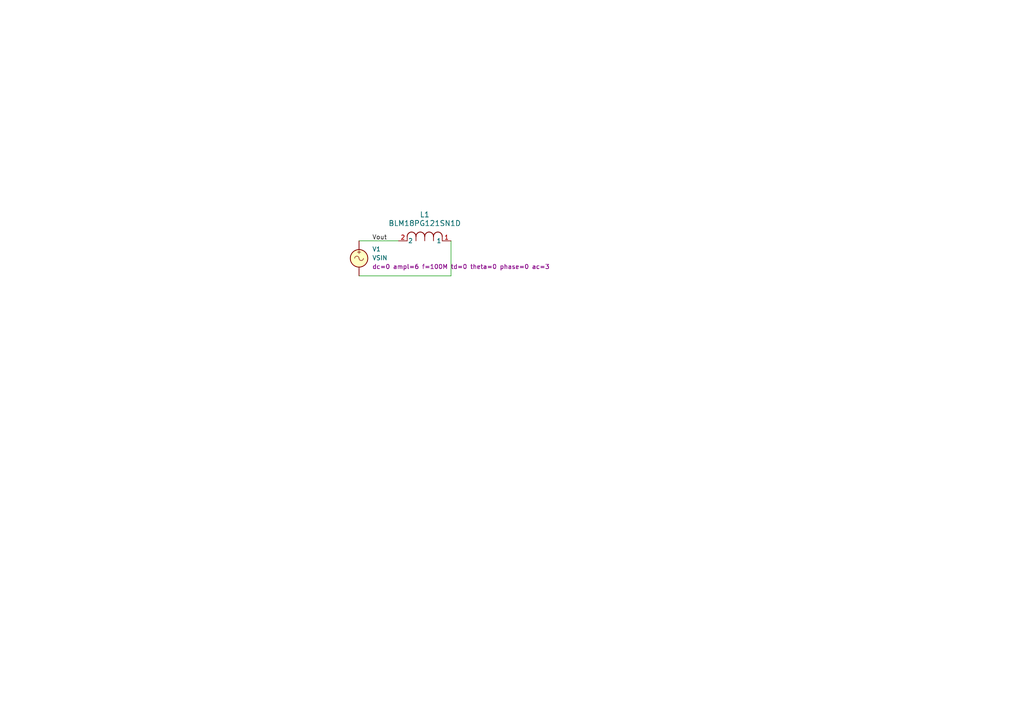
<source format=kicad_sch>
(kicad_sch (version 20231120) (generator "eeschema") (generator_version "8.0")
  (paper "A4")
  (lib_symbols
    (symbol "Simulation_SPICE:VSIN" (pin_numbers hide) (pin_names (offset 0.0254))
      (property "Reference" "V" (at 2.54 2.54 0))
      (property "Value" "VSIN" (at 2.54 0 0))
      (property "Sim.Params" "dc=0 ampl=1 f=1k ac=1" (at 2.54 -2.54 0))
      (symbol "VSIN_0_0"
        (arc (start 0 0) (mid -0.635 0.6323) (end -1.27 0))
        (arc (start 0 0) (mid 0.635 -0.6323) (end 1.27 0))
        (text "+" (at 0 1.905 0) (effects (font (size 1.27 1.27))))
      )
      (symbol "VSIN_0_1"
        (circle (center 0 0) (radius 2.54) (stroke (width 0.254)) (fill (type background)))
      )
      (symbol "VSIN_1_1"
        (pin passive line (at 0 5.08 270) (length 2.54) (name "~") (number "1"))
        (pin passive line (at 0 -5.08 90) (length 2.54) (name "~") (number "2"))
      )
    )
    (symbol "ferriteBeads120Ohm:BLM18PG121SN1D" (pin_names (offset 0.254))
      (property "Reference" "L" (at 6.985 5.08 0))
      (property "Value" "BLM18PG121SN1D" (at 6.985 -2.54 0))
      (symbol "BLM18PG121SN1D_1_1"
        (polyline (pts (xy 2.54 0) (xy 2.54 1.27)) (stroke (width 0.2032)))
        (polyline (pts (xy 5.08 0) (xy 5.08 1.27)) (stroke (width 0.2032)))
        (polyline (pts (xy 7.62 0) (xy 7.62 1.27)) (stroke (width 0.2032)))
        (polyline (pts (xy 10.16 0) (xy 10.16 1.27)) (stroke (width 0.2032)))
        (polyline (pts (xy 12.7 0) (xy 12.7 1.27)) (stroke (width 0.2032)))
        (arc (start 5.08 1.27) (mid 3.81 2.5344) (end 2.54 1.27) (stroke (width 0.254)))
        (arc (start 7.62 1.27) (mid 6.35 2.5344) (end 5.08 1.27) (stroke (width 0.254)))
        (arc (start 10.16 1.27) (mid 8.89 2.5344) (end 7.62 1.27) (stroke (width 0.254)))
        (arc (start 12.7 1.27) (mid 11.43 2.5344) (end 10.16 1.27) (stroke (width 0.254)))
        (pin unspecified line (at 15.24 0 180) (length 2.54) (name "1") (number "1"))
        (pin unspecified line (at 0 0 0) (length 2.54) (name "2") (number "2"))
      )
      (symbol "BLM18PG121SN1D_1_2"
        (arc (start -1.27 5.08) (mid -2.5344 3.81) (end -1.27 2.54) (stroke (width 0.254)))
        (arc (start -1.27 7.62) (mid -2.5344 6.35) (end -1.27 5.08) (stroke (width 0.254)))
        (arc (start -1.27 10.16) (mid -2.5344 8.89) (end -1.27 7.62) (stroke (width 0.254)))
        (arc (start -1.27 12.7) (mid -2.5344 11.43) (end -1.27 10.16) (stroke (width 0.254)))
        (polyline (pts (xy 0 2.54) (xy -1.27 2.54)) (stroke (width 0.2032)))
        (polyline (pts (xy 0 5.08) (xy -1.27 5.08)) (stroke (width 0.2032)))
        (polyline (pts (xy 0 7.62) (xy -1.27 7.62)) (stroke (width 0.2032)))
        (polyline (pts (xy 0 10.16) (xy -1.27 10.16)) (stroke (width 0.2032)))
        (polyline (pts (xy 0 12.7) (xy -1.27 12.7)) (stroke (width 0.2032)))
        (pin unspecified line (at 0 15.24 270) (length 2.54) (name "1") (number "1"))
        (pin unspecified line (at 0 0 90) (length 2.54) (name "2") (number "2"))
      )
    )
  )
  (wire (pts (xy 115.57 69.85) (xy 104.14 69.85)))
  (wire (pts (xy 130.81 69.85) (xy 130.81 80.01)))
  (wire (pts (xy 130.81 80.01) (xy 104.14 80.01)))
  (label "Vout" (at 107.95 69.85 0))
  (symbol (lib_id "Simulation_SPICE:VSIN") (at 104.14 74.93 0) (unit 1)
    (property "Reference" "V1" (at 107.95 72.2601 0) (effects (justify left)))
    (property "Value" "VSIN" (at 107.95 74.8001 0) (effects (justify left)))
    (property "Datasheet" "https://ngspice.sourceforge.io/docs/ngspice-html-manual/manual.xhtml#sec_Independent_Sources_for" (effects (hide yes)))
    (property "Description" "Voltage source, sinusoidal" (effects (hide yes)))
    (property "Sim.Pins" "1=+ 2=-" (effects (hide yes)))
    (property "Sim.Params" "dc=0 ampl=6 f=100M td=0 theta=0 phase=0 ac=3" (at 107.95 77.3401 0) (effects (justify left)))
    (property "Sim.Type" "SIN" (effects (hide yes)))
    (property "Sim.Device" "V" (effects (hide yes)))
  )
  (symbol (lib_id "ferriteBeads120Ohm:BLM18PG121SN1D") (at 115.57 69.85 0) (unit 1)
    (property "Reference" "L1" (at 123.19 62.23 0) (effects (font (size 1.524 1.524))))
    (property "Value" "BLM18PG121SN1D" (at 123.19 64.77 0) (effects (font (size 1.524 1.524))))
    (property "Footprint" "IND_BLM18_0603_MUR" (effects (hide yes)))
    (property "Datasheet" "BLM18PG121SN1D" (effects (hide yes)))
    (property "Sim.Library" "/home/maxwell/github-repos/sp-24-EE628/6_Test/2_PCB/test_board_1/TestBoardEDA/models/BLM18PG121SN1.mod" (effects (hide yes)))
    (property "Sim.Name" "BLM18PG121SN1" (effects (hide yes)))
    (property "Sim.Device" "SUBCKT" (effects (hide yes)))
    (property "Sim.Pins" "1=port1 2=port2" (effects (hide yes)))
  )
)
</source>
